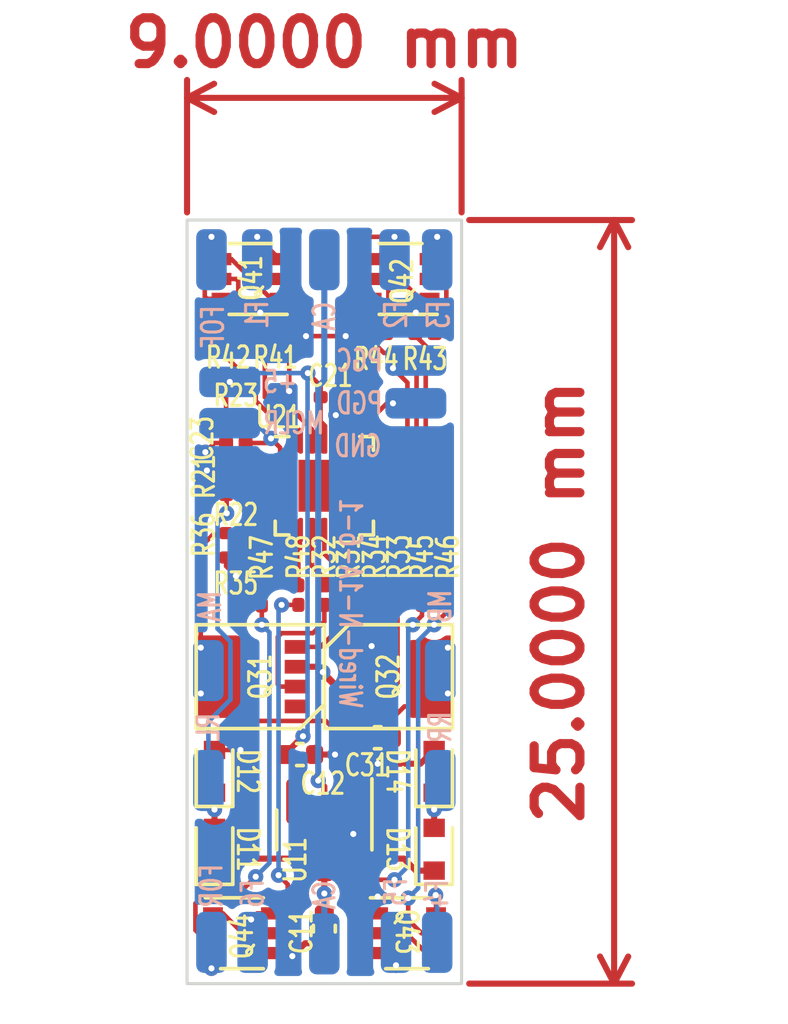
<source format=kicad_pcb>
(kicad_pcb (version 20211014) (generator pcbnew)
  (layers (0 "F.Cu" signal) (31 "B.Cu" signal) (34 "B.Paste" user) (35 "F.Paste" user) (36 "B.SilkS" user "B.Silkscreen") (37 "F.SilkS" user "F.Silkscreen") (38 "B.Mask" user) (39 "F.Mask" user) (44 "Edge.Cuts" user))
  (net 0 "")
  (net 1 "Vdrive")
  (net 2 "GND")
  (net 3 "+5V")
  (net 4 "RAIL_L")
  (net 5 "RAIL_R")
  (net 6 "MOT_A")
  (net 7 "MOT_B")
  (net 8 "F1_SP")
  (net 9 "F2_SP")
  (net 10 "F3_SP")
  (net 11 "F4_SP")
  (net 12 "Net-(Q31-Pad2)")
  (net 13 "Net-(Q31-Pad4)")
  (net 14 "Net-(Q32-Pad2)")
  (net 15 "Net-(Q32-Pad4)")
  (net 16 "Net-(Q41-Pad2)")
  (net 17 "FOF_SP")
  (net 18 "Net-(Q42-Pad2)")
  (net 19 "Net-(Q42-Pad5)")
  (net 20 "Net-(Q43-Pad2)")
  (net 21 "Net-(Q43-Pad5)")
  (net 22 "FOR_SP")
  (net 23 "F0R")
  (net 24 "F2")
  (net 25 "F3")
  (net 26 "F4")
  (net 27 "BackEMF")
  (net 28 "P1A")
  (net 29 "P1B")
  (net 30 "P1C")
  (net 31 "P1D")
  (net 32 "Net-(R21-Pad1)")
  (net 33 "PGC")
  (net 34 "PGD")
  (net 35 "MCLR")
  (net 36 "F0F")
  (net 37 "F1")
  (net 38 "Net-(Q41-Pad5)")
  (net 39 "F6")
  (net 40 "F5")
  (net 41 "F5_SP")
  (net 42 "Net-(Q44-Pad2)")
  (net 43 "Net-(Q44-Pad5)")
  (net 44 "F6_SP")
  (footprint "Resistor_SMD:R_0201_0603Metric" (layer "F.Cu") (at 51.6 56.5)
    (fp_text reference "R23")
    (fp_text value "10K")
  )
  (footprint "Resistor_SMD:R_0201_0603Metric" (layer "F.Cu") (at 51.28 53.729511)
    (fp_text reference "R42")
    (fp_text value "220")
  )
  (footprint "Resistor_SMD:R_0201_0603Metric" (layer "F.Cu") (at 56.9 62.28 90)
    (fp_text reference "R33")
    (fp_text value "220")
  )
  (footprint "Resistor_SMD:R_0201_0603Metric" (layer "F.Cu") (at 57.7 62.28 -90)
    (fp_text reference "R45")
    (fp_text value "220")
  )
  (footprint "Package_TO_SOT_SMD:SOT-23" (layer "F.Cu") (at 54.5 69.97 -90)
    (fp_text reference "U11")
    (fp_text value "LR8341A")
  )
  (footprint "Package_TO_SOT_SMD:SOT-363_SC-70-6" (layer "F.Cu") (at 57 51.929511 180)
    (fp_text reference "Q42")
    (fp_text value "2N7002")
  )
  (footprint "Resistor_SMD:R_0201_0603Metric" (layer "F.Cu") (at 51.6 59)
    (fp_text reference "R22")
    (fp_text value "6K6")
  )
  (footprint "Resistor_SMD:R_0201_0603Metric" (layer "F.Cu") (at 53.65 62.28 -90)
    (fp_text reference "R48")
    (fp_text value "220")
  )
  (footprint "Resistor_SMD:R_0201_0603Metric" (layer "F.Cu") (at 56.2 53.729511)
    (fp_text reference "R44")
    (fp_text value "220")
  )
  (footprint "DCC Project Footprints:TSMT8" (layer "F.Cu") (at 52.4 64.95 90)
    (fp_text reference "Q31")
    (fp_text value "QH8MA3")
  )
  (footprint "Diode_SMD:D_SOD-523" (layer "F.Cu") (at 50.9 70.6 90)
    (fp_text reference "D11")
    (fp_text value "D_S")
  )
  (footprint "Resistor_SMD:R_0201_0603Metric" (layer "F.Cu") (at 51.6 61.05)
    (fp_text reference "R36")
    (fp_text value "1K3")
  )
  (footprint "Resistor_SMD:R_0201_0603Metric" (layer "F.Cu") (at 55.3 62.28 -90)
    (fp_text reference "R31")
    (fp_text value "220")
  )
  (footprint "Capacitor_SMD:C_0402_1005Metric" (layer "F.Cu") (at 54.5 73.2 -90)
    (fp_text reference "C11")
    (fp_text value "2.2uF")
  )
  (footprint "Capacitor_SMD:C_0201_0603Metric" (layer "F.Cu") (at 54.7 55.8 180)
    (fp_text reference "C21")
    (fp_text value "100nF")
  )
  (footprint "Capacitor_SMD:C_0402_1005Metric" (layer "F.Cu") (at 56.25 66.95)
    (fp_text reference "C31")
    (fp_text value "100nF")
  )
  (footprint "Resistor_SMD:R_0201_0603Metric" (layer "F.Cu") (at 52.45 62.3 -90)
    (fp_text reference "R47")
    (fp_text value "220")
  )
  (footprint "Resistor_SMD:R_0201_0603Metric" (layer "F.Cu") (at 54.5 62.28 -90)
    (fp_text reference "R32")
    (fp_text value "220")
  )
  (footprint "Resistor_SMD:R_0201_0603Metric" (layer "F.Cu") (at 57.8 53.729511)
    (fp_text reference "R43")
    (fp_text value "220")
  )
  (footprint "Package_TO_SOT_SMD:SOT-363_SC-70-6" (layer "F.Cu") (at 57.212011 73.35)
    (fp_text reference "Q43")
    (fp_text value "2N7002")
  )
  (footprint "Diode_SMD:D_SOD-523" (layer "F.Cu") (at 50.9 68.05 90)
    (fp_text reference "D12")
    (fp_text value "D_S")
  )
  (footprint "Resistor_SMD:R_0201_0603Metric" (layer "F.Cu") (at 56.1 62.28 90)
    (fp_text reference "R34")
    (fp_text value "220")
  )
  (footprint "Resistor_SMD:R_0201_0603Metric" (layer "F.Cu") (at 52.88 53.729511)
    (fp_text reference "R41")
    (fp_text value "220")
  )
  (footprint "Package_TO_SOT_SMD:SOT-363_SC-70-6" (layer "F.Cu") (at 51.8 73.35)
    (fp_text reference "Q44")
    (fp_text value "2N7002")
  )
  (footprint "Resistor_SMD:R_0201_0603Metric" (layer "F.Cu") (at 51.6 60.25 180)
    (fp_text reference "R35")
    (fp_text value "6K6")
  )
  (footprint "DCC Project Footprints:TSMT8" (layer "F.Cu") (at 56.6 64.95 -90)
    (fp_text reference "Q32")
    (fp_text value "QH8MA3")
  )
  (footprint "Diode_SMD:D_SOD-523" (layer "F.Cu") (at 58.1 68.05 90)
    (fp_text reference "D14")
    (fp_text value "D_S")
  )
  (footprint "Capacitor_SMD:C_0402_1005Metric" (layer "F.Cu") (at 53.7 67.5)
    (fp_text reference "C12")
    (fp_text value "2.2uF")
  )
  (footprint "Package_TO_SOT_SMD:SOT-363_SC-70-6" (layer "F.Cu") (at 52.08 51.929511 180)
    (fp_text reference "Q41")
    (fp_text value "2N7002")
  )
  (footprint "Resistor_SMD:R_0201_0603Metric" (layer "F.Cu") (at 58.5 62.28 -90)
    (fp_text reference "R46")
    (fp_text value "220")
  )
  (footprint "Capacitor_SMD:C_0201_0603Metric" (layer "F.Cu") (at 51.6 57.3)
    (fp_text reference "C23")
    (fp_text value "100nF")
  )
  (footprint "Resistor_SMD:R_0201_0603Metric" (layer "F.Cu") (at 51.6 58.2 180)
    (fp_text reference "R21")
    (fp_text value "1K3")
  )
  (footprint "Package_DFN_QFN:VQFN-20-1EP_3x3mm_P0.4mm_EP1.7x1.7mm" (layer "F.Cu") (at 54.5 58.7)
    (fp_text reference "U21")
    (fp_text value "PIC18F")
  )
  (footprint "Diode_SMD:D_SOD-523" (layer "F.Cu") (at 58.1 70.6 90)
    (fp_text reference "D13")
    (fp_text value "D_S")
  )
  (footprint "Connector_Wire:SolderWirePad_1x01_SMD_1x2mm" (layer "B.Cu") (at 50.7 68.35 180)
    (fp_text reference "J10" hide)
    (fp_text value "RL")
  )
  (footprint "Connector_Wire:SolderWirePad_1x01_SMD_1x2mm" (layer "B.Cu") (at 52.3 51.3 180)
    (fp_text reference "J4" hide)
    (fp_text value "F1")
  )
  (footprint "Connector_Wire:SolderWirePad_1x01_SMD_1x2mm" (layer "B.Cu") (at 57.5 56 90)
    (fp_text reference "J17" hide)
    (fp_text value "PGD")
  )
  (footprint "Connector_Wire:SolderWirePad_1x01_SMD_1x2mm" (layer "B.Cu") (at 54.5 51.3 180)
    (fp_text reference "J1" hide)
    (fp_text value "CA")
  )
  (footprint "Connector_Wire:SolderWirePad_1x01_SMD_1x2mm" (layer "B.Cu") (at 58.2 51.3 180)
    (fp_text reference "J6" hide)
    (fp_text value "F3")
  )
  (footprint "Connector_Wire:SolderWirePad_1x01_SMD_1x2mm" (layer "B.Cu") (at 51.4 55.3 90)
    (fp_text reference "J15" hide)
    (fp_text value "+5")
  )
  (footprint "Connector_Wire:SolderWirePad_1x01_SMD_1x2mm" (layer "B.Cu") (at 50.8 73.65 180)
    (fp_text reference "J13" hide)
    (fp_text value "F0R")
  )
  (footprint "Connector_Wire:SolderWirePad_1x01_SMD_1x2mm" (layer "B.Cu") (at 58.2 73.65 180)
    (fp_text reference "J7" hide)
    (fp_text value "F4")
  )
  (footprint "Connector_Wire:SolderWirePad_1x01_SMD_1x2mm" (layer "B.Cu") (at 50.8 51.3 180)
    (fp_text reference "J12" hide)
    (fp_text value "FOF")
  )
  (footprint "Connector_Wire:SolderWirePad_1x01_SMD_1x2mm" (layer "B.Cu") (at 58.3 68.35 180)
    (fp_text reference "J11" hide)
    (fp_text value "RR")
  )
  (footprint "Connector_Wire:SolderWirePad_1x01_SMD_1x2mm" (layer "B.Cu") (at 57.5 57.4 90)
    (fp_text reference "J16" hide)
    (fp_text value "GND")
  )
  (footprint "Connector_Wire:SolderWirePad_1x01_SMD_1x2mm" (layer "B.Cu") (at 52.15 73.65 180)
    (fp_text reference "J9" hide)
    (fp_text value "F6")
  )
  (footprint "Connector_Wire:SolderWirePad_1x01_SMD_1x2mm" (layer "B.Cu") (at 58.3 64.75 180)
    (fp_text reference "J3" hide)
    (fp_text value "MB")
  )
  (footprint "Connector_Wire:SolderWirePad_1x01_SMD_1x2mm" (layer "B.Cu") (at 51.4 56.65 90)
    (fp_text reference "J14" hide)
    (fp_text value "MCLR")
  )
  (footprint "Connector_Wire:SolderWirePad_1x01_SMD_1x2mm" (layer "B.Cu") (at 57.5 54.6 90)
    (fp_text reference "J18" hide)
    (fp_text value "PGC")
  )
  (footprint "Connector_Wire:SolderWirePad_1x01_SMD_1x2mm" (layer "B.Cu") (at 56.85 73.65 180)
    (fp_text reference "J8" hide)
    (fp_text value "F5")
  )
  (footprint "Connector_Wire:SolderWirePad_1x01_SMD_1x2mm" (layer "B.Cu") (at 54.5 73.7 180)
    (fp_text reference "J0" hide)
    (fp_text value "CA")
  )
  (footprint "Connector_Wire:SolderWirePad_1x01_SMD_1x2mm" (layer "B.Cu") (at 56.8 51.3 180)
    (fp_text reference "J5" hide)
    (fp_text value "F2")
  )
  (footprint "Connector_Wire:SolderWirePad_1x01_SMD_1x2mm" (layer "B.Cu") (at 50.7 64.75 180)
    (fp_text reference "J2" hide)
    (fp_text value "MA")
  )
  (gr_rect (start 50 50) (end 59 75) (layer "Edge.Cuts") (width 0.1) (fill none))
  (gr_text "Wired-N-1A-6-1" (at 55.35 62.55 270) (layer "B.SilkS") (effects (font (size 0.7 0.5) (thickness 0.1)) (justify mirror)))
  (dimension (type aligned) (layer "F.Cu") (pts (xy 59 50) (xy 59 75)) (height -5) (gr_text "25.0000 mm" (at 62.2 62.5 90) (layer "F.Cu") (effects (font (size 1.5 1.5) (thickness 0.3)))) (format (units 3) (units_format 1) (precision 4)) (style (thickness 0.2) (arrow_length 1) (text_position_mode 0) (extension_height 0.58642) (extension_offset 0.25) keep_text_aligned))
  (dimension (type aligned) (layer "F.Cu") (pts (xy 50 50) (xy 59 50)) (height -4) (gr_text "9.0000 mm" (at 54.5 44.2) (layer "F.Cu") (effects (font (size 1.5 1.5) (thickness 0.3)))) (format (units 3) (units_format 1) (precision 4)) (style (thickness 0.2) (arrow_length 1) (text_position_mode 0) (extension_height 0.58642) (extension_offset 0.25) keep_text_aligned))
  (segment (start 54.5 68.55) (end 54.3 68.35) (width 0.2) (layer "F.Cu") (net 1))
  (segment (start 53.6 64.625) (end 54.275978 64.625) (width 0.2) (layer "F.Cu") (net 1))
  (segment (start 54.925978 65.275) (end 55.4 65.275) (width 0.2) (layer "F.Cu") (net 1))
  (segment (start 50.9 71.3) (end 51.5 71.3) (width 0.2) (layer "F.Cu") (net 1))
  (segment (start 54.275978 64.625) (end 54.450489 64.799511) (width 0.2) (layer "F.Cu") (net 1))
  (segment (start 54.450489 64.799511) (end 54.925978 65.275) (width 0.2) (layer "F.Cu") (net 1))
  (segment (start 58.1 71.3) (end 57.5 71.3) (width 0.2) (layer "F.Cu") (net 1))
  (segment (start 54.9 65.3) (end 54.5 64.9) (width 0.2) (layer "F.Cu") (net 1))
  (segment (start 51.8925 70.9075) (end 54.5 70.9075) (width 0.2) (layer "F.Cu") (net 1))
  (segment (start 57.5 71.3) (end 57.1075 70.9075) (width 0.2) (layer "F.Cu") (net 1))
  (segment (start 51.5 71.3) (end 51.8925 70.9075) (width 0.2) (layer "F.Cu") (net 1))
  (segment (start 54.5 72.05) (end 54.5 72.72) (width 0.2) (layer "F.Cu") (net 1))
  (segment (start 54.5 70.9075) (end 54.5 72.05) (width 0.2) (layer "F.Cu") (net 1))
  (segment (start 57.1075 70.9075) (end 54.5 70.9075) (width 0.2) (layer "F.Cu") (net 1))
  (segment (start 54.5 70.9075) (end 54.5 68.55) (width 0.2) (layer "F.Cu") (net 1))
  (segment (start 55.275 65.3) (end 54.9 65.3) (width 0.2) (layer "F.Cu") (net 1))
  (via (at 54.450489 64.799511) (size 0.5) (drill 0.2) (layers "F.Cu" "B.Cu") (net 1))
  (via (at 54.3 68.35) (size 0.5) (drill 0.2) (layers "F.Cu" "B.Cu") (net 1))
  (via (at 54.5 72.05) (size 0.5) (drill 0.2) (layers "F.Cu" "B.Cu") (net 1))
  (segment (start 54.5 55.25) (end 54.5 51.3) (width 0.2) (layer "B.Cu") (net 1))
  (segment (start 54.3 68.35) (end 54.3 55.45) (width 0.2) (layer "B.Cu") (net 1))
  (segment (start 54.5 72.05) (end 54.5 73.7) (width 0.2) (layer "B.Cu") (net 1))
  (segment (start 54.3 55.45) (end 54.5 55.25) (width 0.2) (layer "B.Cu") (net 1))
  (segment (start 56 64) (end 56.05 63.95) (width 0.15) (layer "F.Cu") (net 2))
  (segment (start 54.9 58.3) (end 54.5 58.7) (width 0.15) (layer "F.Cu") (net 2))
  (segment (start 51.28 61.33) (end 51.6 61.65) (width 0.15) (layer "F.Cu") (net 2))
  (segment (start 51.28 61.05) (end 51.28 61.33) (width 0.15) (layer "F.Cu") (net 2))
  (segment (start 55.45 69.0325) (end 55.45 70.1) (width 0.15) (layer "F.Cu") (net 2))
  (segment (start 56.262011 72.7) (end 56.262011 72.162011) (width 0.15) (layer "F.Cu") (net 2))
  (segment (start 58.162011 74) (end 57.837989 74) (width 0.15) (layer "F.Cu") (net 2))
  (segment (start 54.875594 55.944406) (end 54.875594 56.387797) (width 0.15) (layer "F.Cu") (net 2))
  (segment (start 57.625978 52.579511) (end 57.95 52.579511) (width 0.15) (layer "F.Cu") (net 2))
  (segment (start 54.9 57.25) (end 54.9 56.412203) (width 0.15) (layer "F.Cu") (net 2))
  (segment (start 56.325978 51.279511) (end 57.625978 52.579511) (width 0.15) (layer "F.Cu") (net 2))
  (segment (start 50.85 72.7) (end 51.174022 72.7) (width 0.15) (layer "F.Cu") (net 2))
  (segment (start 52.4 53.029511) (end 52.58 53.029511) (width 0.15) (layer "F.Cu") (net 2))
  (segment (start 51.28 58.2) (end 50.65 58.2) (width 0.15) (layer "F.Cu") (net 2))
  (segment (start 57.65 67.8) (end 56.25 67.8) (width 0.2) (layer "F.Cu") (net 2))
  (segment (start 58.1 67.35) (end 57.65 67.8) (width 0.2) (layer "F.Cu") (net 2))
  (segment (start 51.174022 72.7) (end 52.474022 74) (width 0.15) (layer "F.Cu") (net 2))
  (segment (start 51.28 57.3) (end 50.9 57.3) (width 0.15) (layer "F.Cu") (net 2))
  (segment (start 53.9 53.8) (end 53.35 54.35) (width 0.15) (layer "F.Cu") (net 2))
  (segment (start 50.9 57.3) (end 50.6 57.6) (width 0.15) (layer "F.Cu") (net 2))
  (segment (start 54.9 57.25) (end 54.9 58.3) (width 0.15) (layer "F.Cu") (net 2))
  (segment (start 54.5 73.68) (end 53.87 73.68) (width 0.2) (layer "F.Cu") (net 2))
  (segment (start 51.13 51.279511) (end 51.454022 51.279511) (width 0.15) (layer "F.Cu") (net 2))
  (segment (start 53.35 54.35) (end 53.35 55.6) (width 0.15) (layer "F.Cu") (net 2))
  (segment (start 56.05 51.279511) (end 56.325978 51.279511) (width 0.15) (layer "F.Cu") (net 2))
  (segment (start 52.474022 74) (end 52.75 74) (width 0.15) (layer "F.Cu") (net 2))
  (segment (start 53.87 73.68) (end 53.45 74.1) (width 0.2) (layer "F.Cu") (net 2))
  (segment (start 52.754022 52.579511) (end 53.03 52.579511) (width 0.15) (layer "F.Cu") (net 2))
  (segment (start 55.02 55.8) (end 54.875594 55.944406) (width 0.15) (layer "F.Cu") (net 2))
  (segment (start 57.5 53.029511) (end 57.95 52.579511) (width 0.15) (layer "F.Cu") (net 2))
  (segment (start 54.9 56.412203) (end 54.875594 56.387797) (width 0.15) (layer "F.Cu") (net 2))
  (segment (start 51.454022 51.279511) (end 52.754022 52.579511) (width 0.15) (layer "F.Cu") (net 2))
  (segment (start 53.9 53.8) (end 55.2 53.8) (width 0.15) (layer "F.Cu") (net 2))
  (segment (start 50.9 67.35) (end 51.75 67.35) (width 0.15) (layer "F.Cu") (net 2))
  (segment (start 56.262011 72.162011) (end 56.25 72.15) (width 0.15) (layer "F.Cu") (net 2))
  (segment (start 53.35 74) (end 53.45 74.1) (width 0.15) (layer "F.Cu") (net 2))
  (segment (start 55.95 64) (end 56 64) (width 0.15) (layer "F.Cu") (net 2))
  (segment (start 54.18 67.5) (end 54.85 67.5) (width 0.2) (layer "F.Cu") (net 2))
  (segment (start 57.837989 74) (end 56.537989 72.7) (width 0.15) (layer "F.Cu") (net 2))
  (segment (start 52.75 74) (end 53.35 74) (width 0.15) (layer "F.Cu") (net 2))
  (segment (start 52.58 53.029511) (end 53.03 52.579511) (width 0.15) (layer "F.Cu") (net 2))
  (segment (start 54.18 67.5) (end 54.18 67.28) (width 0.2) (layer "F.Cu") (net 2))
  (segment (start 56.537989 72.7) (end 56.262011 72.7) (width 0.15) (layer "F.Cu") (net 2))
  (via (at 52.4 53.029511) (size 0.5) (drill 0.2) (layers "F.Cu" "B.Cu") (net 2))
  (via (at 56.25 67.8) (size 0.5) (drill 0.2) (layers "F.Cu" "B.Cu") (net 2))
  (via (at 55.45 70.1) (size 0.5) (drill 0.2) (layers "F.Cu" "B.Cu") (net 2))
  (via (at 57.5 53.029511) (size 0.5) (drill 0.2) (layers "F.Cu" "B.Cu") (net 2))
  (via (at 53.45 74.1) (size 0.5) (drill 0.2) (layers "F.Cu" "B.Cu") (net 2))
  (via (at 53.35 55.6) (size 0.5) (drill 0.2) (layers "F.Cu" "B.Cu") (net 2))
  (via (at 51.6 61.65) (size 0.5) (drill 0.2) (layers "F.Cu" "B.Cu") (net 2))
  (via (at 54.875594 56.387797) (size 0.5) (drill 0.2) (layers "F.Cu" "B.Cu") (net 2))
  (via (at 53.9 53.8) (size 0.5) (drill 0.2) (layers "F.Cu" "B.Cu") (net 2))
  (via (at 51.75 67.35) (size 0.5) (drill 0.2) (layers "F.Cu" "B.Cu") (net 2))
  (via (at 50.65 58.2) (size 0.5) (drill 0.2) (layers "F.Cu" "B.Cu") (net 2))
  (via (at 56.05 63.95) (size 0.5) (drill 0.2) (layers "F.Cu" "B.Cu") (net 2))
  (via (at 54.85 67.5) (size 0.5) (drill 0.2) (layers "F.Cu" "B.Cu") (net 2))
  (via (at 55.2 53.8) (size 0.5) (drill 0.2) (layers "F.Cu" "B.Cu") (net 2))
  (via (at 50.6 57.6) (size 0.5) (drill 0.2) (layers "F.Cu" "B.Cu") (net 2))
  (via (at 56.25 72.15) (size 0.5) (drill 0.2) (layers "F.Cu" "B.Cu") (net 2))
  (segment (start 53.22 67.48) (end 53.8 66.9) (width 0.2) (layer "F.Cu") (net 3))
  (segment (start 53.55 69.0325) (end 53.55 67.83) (width 0.2) (layer "F.Cu") (net 3))
  (segment (start 54.35 55.83) (end 54.38 55.8) (width 0.2) (layer "F.Cu") (net 3))
  (segment (start 51.28 55.420002) (end 51.4 55.300002) (width 0.15) (layer "F.Cu") (net 3))
  (segment (start 54.35 56.6) (end 54.35 55.83) (width 0.2) (layer "F.Cu") (net 3))
  (segment (start 54.38 55.8) (end 54.38 55.43) (width 0.15) (layer "F.Cu") (net 3))
  (segment (start 53.55 67.83) (end 53.22 67.5) (width 0.2) (layer "F.Cu") (net 3))
  (segment (start 51.28 56.5) (end 51.4 56.38) (width 0.15) (layer "F.Cu") (net 3))
  (segment (start 53.22 67.5) (end 53.22 67.48) (width 0.2) (layer "F.Cu") (net 3))
  (segment (start 54.38 55.43) (end 53.960523 55.010523) (width 0.15) (layer "F.Cu") (net 3))
  (segment (start 54.5 56.75) (end 54.35 56.6) (width 0.2) (layer "F.Cu") (net 3))
  (segment (start 53.9125 66.7875) (end 53.8 66.9) (width 0.15) (layer "F.Cu") (net 3))
  (segment (start 51.28 56.5) (end 51.28 55.420002) (width 0.15) (layer "F.Cu") (net 3))
  (segment (start 54.5 57.25) (end 54.5 56.75) (width 0.2) (layer "F.Cu") (net 3))
  (via (at 53.8 66.9) (size 0.5) (drill 0.2) (layers "F.Cu" "B.Cu") (net 3))
  (via (at 51.4 55.300002) (size 0.5) (drill 0.2) (layers "F.Cu" "B.Cu") (net 3))
  (via (at 53.960523 55.010523) (size 0.5) (drill 0.2) (layers "F.Cu" "B.Cu") (net 3))
  (segment (start 53.95 66.75) (end 53.8 66.9) (width 0.15) (layer "B.Cu") (net 3))
  (segment (start 53.960523 55.010523) (end 53.95 55.021046) (width 0.15) (layer "B.Cu") (net 3))
  (segment (start 51.4 55.300002) (end 51.689479 55.010523) (width 0.15) (layer "B.Cu") (net 3))
  (segment (start 51.689479 55.010523) (end 53.960523 55.010523) (width 0.15) (layer "B.Cu") (net 3))
  (segment (start 53.95 55.021046) (end 53.95 66.75) (width 0.15) (layer "B.Cu") (net 3))
  (segment (start 50.9 69.3) (end 50.9 69.9) (width 0.2) (layer "F.Cu") (net 4))
  (segment (start 51.3 59.02) (end 51.28 59) (width 0.15) (layer "F.Cu") (net 4))
  (segment (start 50.9 68.75) (end 50.9 69.3) (width 0.2) (layer "F.Cu") (net 4))
  (segment (start 51.28 59.58) (end 51.3 59.6) (width 0.15) (layer "F.Cu") (net 4))
  (segment (start 51.3 59.6) (end 51.3 59.02) (width 0.15) (layer "F.Cu") (net 4))
  (via (at 51.3 59.6) (size 0.5) (drill 0.2) (layers "F.Cu" "B.Cu") (net 4))
  (via (at 50.9 69.3) (size 0.5) (drill 0.2) (layers "F.Cu" "B.Cu") (net 4))
  (segment (start 51.42452 65.696552) (end 51.42452 63.803448) (width 0.15) (layer "B.Cu") (net 4))
  (segment (start 50.9 68.35) (end 50.9 69.15) (width 0.15) (layer "B.Cu") (net 4))
  (segment (start 51.42452 63.803448) (end 51 63.378928) (width 0.15) (layer "B.Cu") (net 4))
  (segment (start 51 63.378928) (end 51 59.9) (width 0.15) (layer "B.Cu") (net 4))
  (segment (start 51 59.9) (end 51.3 59.6) (width 0.15) (layer "B.Cu") (net 4))
  (segment (start 50.9 69.3) (end 50.9 68.35) (width 0.2) (layer "B.Cu") (net 4))
  (segment (start 50.7 66.421072) (end 51.42452 65.696552) (width 0.15) (layer "B.Cu") (net 4))
  (segment (start 50.7 68.35) (end 50.7 66.421072) (width 0.15) (layer "B.Cu") (net 4))
  (segment (start 58.1 69.3) (end 58.1 69.9) (width 0.2) (layer "F.Cu") (net 5))
  (segment (start 58.1 68.75) (end 58.1 69.3) (width 0.2) (layer "F.Cu") (net 5))
  (via (at 58.1 69.3) (size 0.5) (drill 0.2) (layers "F.Cu" "B.Cu") (net 5))
  (segment (start 58.1 68.35) (end 58.1 69.1) (width 0.15) (layer "B.Cu") (net 5))
  (segment (start 58.1 69.3) (end 58.1 68.35) (width 0.2) (layer "B.Cu") (net 5))
  (segment (start 51.2 65.925) (end 51.675 66.4) (width 0.15) (layer "F.Cu") (net 6))
  (segment (start 50.85 60.3) (end 50.45 60.7) (width 0.15) (layer "F.Cu") (net 6))
  (segment (start 54.55 66.4) (end 55.1 66.95) (width 0.15) (layer "F.Cu") (net 6))
  (segment (start 50.45 60.7) (end 50.45 64) (width 0.15) (layer "F.Cu") (net 6))
  (segment (start 51.28 60.3) (end 50.85 60.3) (width 0.15) (layer "F.Cu") (net 6))
  (segment (start 55.1 66.95) (end 55.77 66.95) (width 0.15) (layer "F.Cu") (net 6))
  (segment (start 51.675 66.4) (end 54.55 66.4) (width 0.15) (layer "F.Cu") (net 6))
  (via (at 50.45 64) (size 0.5) (drill 0.2) (layers "F.Cu" "B.Cu") (net 6))
  (via (at 50.45 65.5) (size 0.5) (drill 0.2) (layers "F.Cu" "B.Cu") (net 6))
  (segment (start 56.73 66.32) (end 56.73 66.95) (width 0.15) (layer "F.Cu") (net 7))
  (segment (start 57.8 65.925) (end 57.125 65.925) (width 0.15) (layer "F.Cu") (net 7))
  (segment (start 57.125 65.925) (end 56.73 66.32) (width 0.15) (layer "F.Cu") (net 7))
  (via (at 58.55 64) (size 0.5) (drill 0.2) (layers "F.Cu" "B.Cu") (net 7))
  (via (at 58.55 65.5) (size 0.5) (drill 0.2) (layers "F.Cu" "B.Cu") (net 7))
  (segment (start 53.03 51.279511) (end 53.029511 51.279511) (width 0.15) (layer "F.Cu") (net 8))
  (segment (start 53.029511 51.279511) (end 52.3 50.55) (width 0.15) (layer "F.Cu") (net 8))
  (via (at 52.3 50.55) (size 0.5) (drill 0.2) (layers "F.Cu" "B.Cu") (net 8))
  (segment (start 55.805489 50.55) (end 56.8 50.55) (width 0.15) (layer "F.Cu") (net 9))
  (segment (start 55.500489 52.505) (end 55.500489 50.855) (width 0.15) (layer "F.Cu") (net 9))
  (segment (start 56.05 52.579511) (end 55.575 52.579511) (width 0.15) (layer "F.Cu") (net 9))
  (segment (start 55.500489 50.855) (end 55.805489 50.55) (width 0.15) (layer "F.Cu") (net 9))
  (segment (start 55.575 52.579511) (end 55.500489 52.505) (width 0.15) (layer "F.Cu") (net 9))
  (via (at 56.8 50.55) (size 0.5) (drill 0.2) (layers "F.Cu" "B.Cu") (net 9))
  (segment (start 57.95 50.8) (end 58.2 50.55) (width 0.15) (layer "F.Cu") (net 10))
  (segment (start 57.95 51.279511) (end 57.95 50.8) (width 0.15) (layer "F.Cu") (net 10))
  (via (at 58.2 50.55) (size 0.5) (drill 0.2) (layers "F.Cu" "B.Cu") (net 10))
  (segment (start 58.162011 72.7) (end 58.162011 72.112011) (width 0.15) (layer "F.Cu") (net 11))
  (segment (start 58.162011 72.112011) (end 58.15 72.1) (width 0.15) (layer "F.Cu") (net 11))
  (via (at 58.15 72.1) (size 0.5) (drill 0.2) (layers "F.Cu" "B.Cu") (net 11))
  (segment (start 58.15 72.1) (end 58.2 72.15) (width 0.15) (layer "B.Cu") (net 11))
  (segment (start 58.2 72.15) (end 58.2 73.65) (width 0.15) (layer "B.Cu") (net 11))
  (segment (start 52.975489 63.648083) (end 53.098083 63.525489) (width 0.15) (layer "F.Cu") (net 12))
  (segment (start 53.05 65.275) (end 52.975489 65.200489) (width 0.15) (layer "F.Cu") (net 12))
  (segment (start 52.975489 65.200489) (end 52.975489 63.648083) (width 0.15) (layer "F.Cu") (net 12))
  (segment (start 54.5 63.15) (end 54.5 62.6) (width 0.15) (layer "F.Cu") (net 12))
  (segment (start 54.124511 63.525489) (end 54.5 63.15) (width 0.15) (layer "F.Cu") (net 12))
  (segment (start 53.098083 63.525489) (end 54.124511 63.525489) (width 0.15) (layer "F.Cu") (net 12))
  (segment (start 53.6 65.275) (end 53.05 65.275) (width 0.15) (layer "F.Cu") (net 12))
  (segment (start 53.6 63.975) (end 54.375 63.975) (width 0.15) (layer "F.Cu") (net 13))
  (segment (start 54.375 63.975) (end 55.3 63.05) (width 0.15) (layer "F.Cu") (net 13))
  (segment (start 55.3 63.05) (end 55.3 62.6) (width 0.15) (layer "F.Cu") (net 13))
  (segment (start 56.55 64.2) (end 56.125 64.625) (width 0.15) (layer "F.Cu") (net 14))
  (segment (start 56.1 62.6) (end 56.1 63.3) (width 0.15) (layer "F.Cu") (net 14))
  (segment (start 56.125 64.625) (end 55.4 64.625) (width 0.15) (layer "F.Cu") (net 14))
  (segment (start 56.1 63.3) (end 56.55 63.75) (width 0.15) (layer "F.Cu") (net 14))
  (segment (start 56.55 63.75) (end 56.55 64.2) (width 0.15) (layer "F.Cu") (net 14))
  (segment (start 56.9 62.6) (end 56.9 65.35) (width 0.15) (layer "F.Cu") (net 15))
  (segment (start 56.325 65.925) (end 55.4 65.925) (width 0.15) (layer "F.Cu") (net 15))
  (segment (start 56.9 65.35) (end 56.325 65.925) (width 0.15) (layer "F.Cu") (net 15))
  (segment (start 56.9 62.37) (end 56.941047 62.37) (width 0.15) (layer "F.Cu") (net 15))
  (segment (start 53.579511 52.004022) (end 53.579511 53.35) (width 0.15) (layer "F.Cu") (net 16))
  (segment (start 53.505 51.929511) (end 53.579511 52.004022) (width 0.15) (layer "F.Cu") (net 16))
  (segment (start 53.03 51.929511) (end 53.505 51.929511) (width 0.15) (layer "F.Cu") (net 16))
  (segment (start 53.579511 53.35) (end 53.2 53.729511) (width 0.15) (layer "F.Cu") (net 16))
  (segment (start 50.655 52.579511) (end 50.580489 52.505) (width 0.15) (layer "F.Cu") (net 17))
  (segment (start 50.580489 50.769511) (end 50.8 50.55) (width 0.15) (layer "F.Cu") (net 17))
  (segment (start 51.13 52.579511) (end 50.655 52.579511) (width 0.15) (layer "F.Cu") (net 17))
  (segment (start 50.580489 52.505) (end 50.580489 50.769511) (width 0.15) (layer "F.Cu") (net 17))
  (via (at 50.8 50.55) (size 0.5) (drill 0.2) (layers "F.Cu" "B.Cu") (net 17))
  (segment (start 57.95 51.929511) (end 58.425 51.929511) (width 0.15) (layer "F.Cu") (net 18))
  (segment (start 58.499511 52.004022) (end 58.499511 53.35) (width 0.15) (layer "F.Cu") (net 18))
  (segment (start 58.499511 53.35) (end 58.12 53.729511) (width 0.15) (layer "F.Cu") (net 18))
  (segment (start 58.425 51.929511) (end 58.499511 52.004022) (width 0.15) (layer "F.Cu") (net 18))
  (segment (start 56.05 51.929511) (end 56.525 51.929511) (width 0.15) (layer "F.Cu") (net 19))
  (segment (start 56.525 51.929511) (end 56.599511 52.004022) (width 0.15) (layer "F.Cu") (net 19))
  (segment (start 56.599511 52.004022) (end 56.599511 53.65) (width 0.15) (layer "F.Cu") (net 19))
  (segment (start 56.599511 53.65) (end 56.52 53.729511) (width 0.15) (layer "F.Cu") (net 19))
  (segment (start 56.128939 71.6) (end 56.8 71.6) (width 0.15) (layer "F.Cu") (net 20))
  (segment (start 55.7125 72.016439) (end 56.128939 71.6) (width 0.15) (layer "F.Cu") (net 20))
  (segment (start 55.937989 73.35) (end 55.7125 73.124511) (width 0.15) (layer "F.Cu") (net 20))
  (segment (start 57.7 62.95) (end 57.4 63.25) (width 0.15) (layer "F.Cu") (net 20))
  (segment (start 56.262011 73.35) (end 55.937989 73.35) (width 0.15) (layer "F.Cu") (net 20))
  (segment (start 57.7 62.6) (end 57.7 62.95) (width 0.15) (layer "F.Cu") (net 20))
  (segment (start 55.7125 73.124511) (end 55.7125 72.016439) (width 0.15) (layer "F.Cu") (net 20))
  (segment (start 56.242011 73.37) (end 56.262011 73.35) (width 0.15) (layer "F.Cu") (net 20))
  (via (at 56.8 71.6) (size 0.5) (drill 0.2) (layers "F.Cu" "B.Cu") (net 20))
  (via (at 57.4 63.25) (size 0.5) (drill 0.2) (layers "F.Cu" "B.Cu") (net 20))
  (segment (start 57.4 63.25) (end 57.25 63.4) (width 0.15) (layer "B.Cu") (net 20))
  (segment (start 57.25 71.15) (end 56.8 71.6) (width 0.15) (layer "B.Cu") (net 20))
  (segment (start 57.25 63.4) (end 57.25 71.15) (width 0.15) (layer "B.Cu") (net 20))
  (segment (start 58.162011 73.35) (end 57.687011 73.35) (width 0.15) (layer "F.Cu") (net 21))
  (segment (start 57.687011 73.35) (end 57.25 72.912989) (width 0.15) (layer "F.Cu") (net 21))
  (segment (start 57.25 72.912989) (end 57.25 72.2) (width 0.15) (layer "F.Cu") (net 21))
  (segment (start 58.5 62.85) (end 58.1 63.25) (width 0.15) (layer "F.Cu") (net 21))
  (segment (start 58.5 62.6) (end 58.5 62.85) (width 0.15) (layer "F.Cu") (net 21))
  (via (at 57.25 72.2) (size 0.5) (drill 0.2) (layers "F.Cu" "B.Cu") (net 21))
  (via (at 58.1 63.25) (size 0.5) (drill 0.2) (layers "F.Cu" "B.Cu") (net 21))
  (segment (start 57.57548 71.87452) (end 57.25 72.2) (width 0.15) (layer "B.Cu") (net 21))
  (segment (start 57.57548 63.77452) (end 57.57548 71.87452) (width 0.15) (layer "B.Cu") (net 21))
  (segment (start 58.1 63.25) (end 57.57548 63.77452) (width 0.15) (layer "B.Cu") (net 21))
  (segment (start 50.8 74.05) (end 50.85 74) (width 0.15) (layer "F.Cu") (net 22))
  (segment (start 50.8 74.5) (end 50.8 74.05) (width 0.15) (layer "F.Cu") (net 22))
  (via (at 50.8 74.5) (size 0.5) (drill 0.2) (layers "F.Cu" "B.Cu") (net 22))
  (segment (start 53.7 60.9) (end 53.65 60.95) (width 0.15) (layer "F.Cu") (net 23))
  (segment (start 53.65 60.95) (end 53.65 61.73) (width 0.15) (layer "F.Cu") (net 23))
  (segment (start 53.7 60.15) (end 53.7 60.9) (width 0.15) (layer "F.Cu") (net 23))
  (segment (start 56.547144 58.7) (end 55.95 58.7) (width 0.15) (layer "F.Cu") (net 24))
  (segment (start 57.48 53.729511) (end 57.48 53.778451) (width 0.15) (layer "F.Cu") (net 24))
  (segment (start 57.823521 54.121972) (end 57.823521 57.423623) (width 0.15) (layer "F.Cu") (net 24))
  (segment (start 57.48 53.778451) (end 57.823521 54.121972) (width 0.15) (layer "F.Cu") (net 24))
  (segment (start 57.823521 57.423623) (end 56.547144 58.7) (width 0.15) (layer "F.Cu") (net 24))
  (segment (start 57.524011 54.524011) (end 57.524011 57.299561) (width 0.15) (layer "F.Cu") (net 25))
  (segment (start 55.88 53.729511) (end 55.88 53.778451) (width 0.15) (layer "F.Cu") (net 25))
  (segment (start 56.523572 58.3) (end 55.95 58.3) (width 0.15) (layer "F.Cu") (net 25))
  (segment (start 55.88 53.778451) (end 56.451549 54.35) (width 0.15) (layer "F.Cu") (net 25))
  (segment (start 56.451549 54.35) (end 57.35 54.35) (width 0.15) (layer "F.Cu") (net 25))
  (segment (start 57.35 54.35) (end 57.524011 54.524011) (width 0.15) (layer "F.Cu") (net 25))
  (segment (start 57.524011 57.299561) (end 56.523572 58.3) (width 0.15) (layer "F.Cu") (net 25))
  (segment (start 55.95 59.5) (end 56.6 59.5) (width 0.15) (layer "F.Cu") (net 26))
  (segment (start 56.6 59.5) (end 57.7 60.6) (width 0.15) (layer "F.Cu") (net 26))
  (segment (start 57.7 60.6) (end 57.7 61.73) (width 0.15) (layer "F.Cu") (net 26))
  (segment (start 51.92 59.83) (end 51.92 61.1) (width 0.15) (layer "F.Cu") (net 27))
  (segment (start 53.05 59.1) (end 52.65 59.1) (width 0.15) (layer "F.Cu") (net 27))
  (segment (start 52.65 59.1) (end 51.92 59.83) (width 0.15) (layer "F.Cu") (net 27))
  (segment (start 54.5 60.93) (end 55.3 61.73) (width 0.15) (layer "F.Cu") (net 28))
  (segment (start 54.5 60.15) (end 54.5 60.93) (width 0.15) (layer "F.Cu") (net 28))
  (segment (start 54.1 60.15) (end 54.1 61.33) (width 0.15) (layer "F.Cu") (net 29))
  (segment (start 54.558229 61.78) (end 54.5 61.78) (width 0.15) (layer "F.Cu") (net 29))
  (segment (start 54.1 61.33) (end 54.5 61.73) (width 0.15) (layer "F.Cu") (net 29))
  (segment (start 54.608229 61.73) (end 54.5 61.73) (width 0.15) (layer "F.Cu") (net 29))
  (segment (start 55.3 60.15) (end 55.75 60.15) (width 0.15) (layer "F.Cu") (net 30))
  (segment (start 56.9 61.3) (end 56.9 61.73) (width 0.15) (layer "F.Cu") (net 30))
  (segment (start 55.75 60.15) (end 56.9 61.3) (width 0.15) (layer "F.Cu") (net 30))
  (segment (start 54.9 60.538229) (end 56.091771 61.73) (width 0.15) (layer "F.Cu") (net 31))
  (segment (start 54.9 60.15) (end 54.9 60.538229) (width 0.15) (layer "F.Cu") (net 31))
  (segment (start 56.091771 61.73) (end 56.1 61.73) (width 0.15) (layer "F.Cu") (net 31))
  (segment (start 52.1 58.7) (end 51.92 58.88) (width 0.15) (layer "F.Cu") (net 32))
  (segment (start 53.05 58.7) (end 52.1 58.7) (width 0.15) (layer "F.Cu") (net 32))
  (segment (start 51.92 58.88) (end 51.92 59) (width 0.15) (layer "F.Cu") (net 32))
  (segment (start 51.92 58.2) (end 51.92 59) (width 0.3) (layer "F.Cu") (net 32))
  (segment (start 57.224501 55.324501) (end 56.75 54.85) (width 0.15) (layer "F.Cu") (net 33))
  (segment (start 56.5 57.9) (end 57.224501 57.175499) (width 0.15) (layer "F.Cu") (net 33))
  (segment (start 55.95 57.9) (end 56.5 57.9) (width 0.15) (layer "F.Cu") (net 33))
  (segment (start 57.224501 57.175499) (end 57.224501 55.324501) (width 0.15) (layer "F.Cu") (net 33))
  (via (at 56.75 54.85) (size 0.5) (drill 0.2) (layers "F.Cu" "B.Cu") (net 33))
  (segment (start 57.1 54.5) (end 56.75 54.85) (width 0.15) (layer "B.Cu") (net 33))
  (segment (start 57.5 54.5) (end 57.1 54.5) (width 0.15) (layer "B.Cu") (net 33))
  (segment (start 56.55 56) (end 56.75 56) (width 0.15) (layer "F.Cu") (net 34))
  (segment (start 55.3 57.25) (end 56.55 56) (width 0.15) (layer "F.Cu") (net 34))
  (via (at 56.75 56) (size 0.5) (drill 0.2) (layers "F.Cu" "B.Cu") (net 34))
  (segment (start 56.85 55.9) (end 56.75 56) (width 0.15) (layer "B.Cu") (net 34))
  (segment (start 53.05 57.9) (end 53.05 57.45) (width 0.15) (layer "F.Cu") (net 35))
  (segment (start 51.92 57.3) (end 52.6 57.3) (width 0.15) (layer "F.Cu") (net 35))
  (segment (start 52.6 57.3) (end 52.75 57.15) (width 0.15) (layer "F.Cu") (net 35))
  (segment (start 53.05 57.45) (end 52.75 57.15) (width 0.15) (layer "F.Cu") (net 35))
  (segment (start 51.92 57.3) (end 51.92 56.5) (width 0.15) (layer "F.Cu") (net 35))
  (via (at 52.75 57.15) (size 0.5) (drill 0.2) (layers "F.Cu" "B.Cu") (net 35))
  (segment (start 51.4 56.35) (end 52.25 56.35) (width 0.15) (layer "B.Cu") (net 35))
  (segment (start 52.25 56.65) (end 52.75 57.15) (width 0.15) (layer "B.Cu") (net 35))
  (segment (start 53.36273 56.124501) (end 52.878954 56.124501) (width 0.15) (layer "F.Cu") (net 36))
  (segment (start 54.1 56.861771) (end 53.36273 56.124501) (width 0.15) (layer "F.Cu") (net 36))
  (segment (start 52.878954 56.124501) (end 52.55 55.795547) (width 0.15) (layer "F.Cu") (net 36))
  (segment (start 52.55 53.739511) (end 52.56 53.729511) (width 0.15) (layer "F.Cu") (net 36))
  (segment (start 52.55 55.795547) (end 52.55 53.739511) (width 0.15) (layer "F.Cu") (net 36))
  (segment (start 54.1 57.25) (end 54.1 56.861771) (width 0.15) (layer "F.Cu") (net 36))
  (segment (start 52.250489 55.450489) (end 52.25049 55.919609) (width 0.15) (layer "F.Cu") (net 37))
  (segment (start 52.25049 55.919609) (end 52.754893 56.424012) (width 0.15) (layer "F.Cu") (net 37))
  (segment (start 53.224012 56.424012) (end 53.7 56.9) (width 0.15) (layer "F.Cu") (net 37))
  (segment (start 52.754893 56.424012) (end 53.224012 56.424012) (width 0.15) (layer "F.Cu") (net 37))
  (segment (start 50.96 54.16) (end 52.250489 55.450489) (width 0.15) (layer "F.Cu") (net 37))
  (segment (start 53.7 56.9) (end 53.7 57.25) (width 0.15) (layer "F.Cu") (net 37))
  (segment (start 50.96 53.729511) (end 50.96 54.16) (width 0.15) (layer "F.Cu") (net 37))
  (segment (start 51.13 51.929511) (end 51.605 51.929511) (width 0.15) (layer "F.Cu") (net 38))
  (segment (start 51.679511 52.004022) (end 51.679511 53.65) (width 0.15) (layer "F.Cu") (net 38))
  (segment (start 51.605 51.929511) (end 51.679511 52.004022) (width 0.15) (layer "F.Cu") (net 38))
  (segment (start 51.679511 53.65) (end 51.6 53.729511) (width 0.15) (layer "F.Cu") (net 38))
  (segment (start 53.05 59.5) (end 53.05 61.38) (width 0.15) (layer "F.Cu") (net 39))
  (segment (start 53.05 61.38) (end 52.45 61.98) (width 0.15) (layer "F.Cu") (net 39))
  (segment (start 56.65 59.1) (end 58.5 60.95) (width 0.15) (layer "F.Cu") (net 40))
  (segment (start 58.5 60.95) (end 58.5 61.73) (width 0.15) (layer "F.Cu") (net 40))
  (segment (start 55.95 59.1) (end 56.65 59.1) (width 0.15) (layer "F.Cu") (net 40))
  (segment (start 56.262011 74) (end 56.45 74) (width 0.15) (layer "F.Cu") (net 41))
  (segment (start 56.45 74) (end 56.85 74.4) (width 0.15) (layer "F.Cu") (net 41))
  (via (at 56.85 74.4) (size 0.5) (drill 0.2) (layers "F.Cu" "B.Cu") (net 41))
  (segment (start 50.27452 72.37548) (end 50.27452 73.24952) (width 0.15) (layer "F.Cu") (net 42))
  (segment (start 50.4 72.25) (end 50.27452 72.37548) (width 0.15) (layer "F.Cu") (net 42))
  (segment (start 50.27452 73.24952) (end 50.375 73.35) (width 0.15) (layer "F.Cu") (net 42))
  (segment (start 52.25 71.5) (end 51.5 72.25) (width 0.15) (layer "F.Cu") (net 42))
  (segment (start 51.5 72.25) (end 50.4 72.25) (width 0.15) (layer "F.Cu") (net 42))
  (segment (start 52.45 62.62) (end 52.45 63.25) (width 0.15) (layer "F.Cu") (net 42))
  (segment (start 50.375 73.35) (end 50.85 73.35) (width 0.15) (layer "F.Cu") (net 42))
  (via (at 52.25 71.5) (size 0.5) (drill 0.2) (layers "F.Cu" "B.Cu") (net 42))
  (via (at 52.45 63.25) (size 0.5) (drill 0.2) (layers "F.Cu" "B.Cu") (net 42))
  (segment (start 52.25 71.5) (end 52.7 71.05) (width 0.15) (layer "B.Cu") (net 42))
  (segment (start 52.7 71.05) (end 52.7 63.5) (width 0.15) (layer "B.Cu") (net 42))
  (segment (start 52.7 63.5) (end 52.45 63.25) (width 0.15) (layer "B.Cu") (net 42))
  (segment (start 53.299511 71.749511) (end 53 71.45) (width 0.15) (layer "F.Cu") (net 43))
  (segment (start 52.75 73.35) (end 53.225 73.35) (width 0.15) (layer "F.Cu") (net 43))
  (segment (start 53.1 62.5) (end 53.1 62.6) (width 0.15) (layer "F.Cu") (net 43))
  (segment (start 52.77 73.37) (end 52.75 73.35) (width 0.15) (layer "F.Cu") (net 43))
  (segment (start 53.225 73.35) (end 53.299511 73.275489) (width 0.15) (layer "F.Cu") (net 43))
  (segment (start 53.299511 73.275489) (end 53.299511 71.749511) (width 0.15) (layer "F.Cu") (net 43))
  (segment (start 53.65 62.6) (end 53.1 62.6) (width 0.15) (layer "F.Cu") (net 43))
  (via (at 53.1 62.6) (size 0.5) (drill 0.2) (layers "F.Cu" "B.Cu") (net 43))
  (via (at 53 71.45) (size 0.5) (drill 0.2) (layers "F.Cu" "B.Cu") (net 43))
  (segment (start 53 71.45) (end 53 62.7) (width 0.15) (layer "B.Cu") (net 43))
  (segment (start 53 62.7) (end 53.1 62.6) (width 0.15) (layer "B.Cu") (net 43))
  (segment (start 52.75 72.7) (end 52.3 72.7) (width 0.15) (layer "F.Cu") (net 44))
  (segment (start 52.3 72.7) (end 52.1 72.9) (width 0.15) (layer "F.Cu") (net 44))
  (via (at 52.1 72.9) (size 0.5) (drill 0.2) (layers "F.Cu" "B.Cu") (net 44))
  (zone (net 6) (net_name "MOT_A") (layer "F.Cu") (connect_pads yes (clearance 0.25)) (min_thickness 0.25) (fill yes (thermal_gap 0.508) (thermal_bridge_width 0.508))
    (polygon (pts (xy 51.75 66.3) (xy 50.05 66.3) (xy 50.05 63.6) (xy 51.75 63.6)))
  )
  (zone (net 7) (net_name "MOT_B") (layer "F.Cu") (connect_pads yes (clearance 0.25)) (min_thickness 0.25) (fill yes (thermal_gap 0.508) (thermal_bridge_width 0.508))
    (polygon (pts (xy 58.95 66.3) (xy 57.25 66.3) (xy 57.25 63.6) (xy 58.95 63.6)))
  )
  (zone (net 2) (net_name "GND") (layer "B.Cu") (connect_pads yes (clearance 0.25)) (min_thickness 0.25) (fill yes (thermal_gap 0.508) (thermal_bridge_width 0.508))
    (polygon (pts (xy 59 75) (xy 50 75) (xy 50 50) (xy 59 50)))
  )
)
</source>
